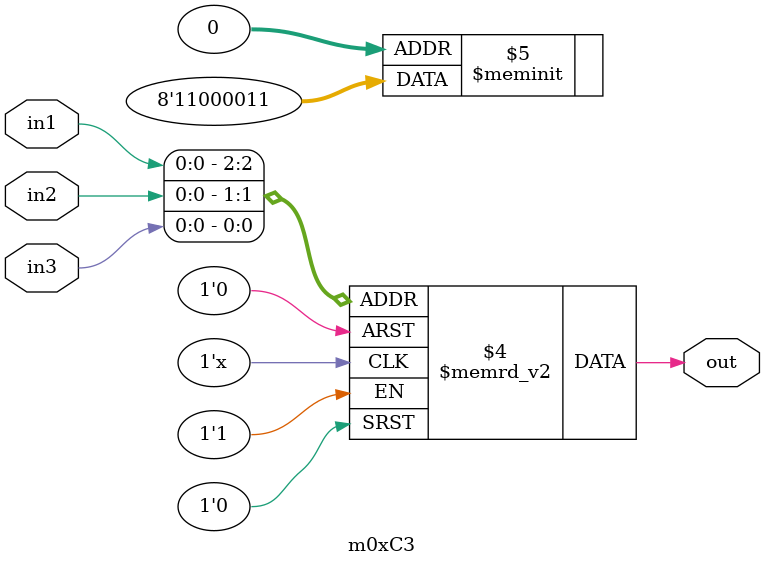
<source format=v>
module m0xC3(output out, input in1, in2, in3);

   always @(in1, in2, in3)
     begin
        case({in1, in2, in3})
          3'b000: {out} = 1'b1;
          3'b001: {out} = 1'b1;
          3'b010: {out} = 1'b0;
          3'b011: {out} = 1'b0;
          3'b100: {out} = 1'b0;
          3'b101: {out} = 1'b0;
          3'b110: {out} = 1'b1;
          3'b111: {out} = 1'b1;
        endcase // case ({in1, in2, in3})
     end // always @ (in1, in2, in3)

endmodule // m0xC3
</source>
